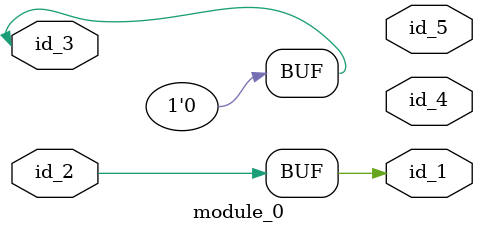
<source format=v>
module module_0 (
    id_1,
    id_2,
    id_3,
    id_4,
    id_5
);
  output id_5;
  output id_4;
  inout id_3;
  inout id_2;
  output id_1;
  assign id_1 = (id_2);
  assign id_3 = "";
endmodule

</source>
